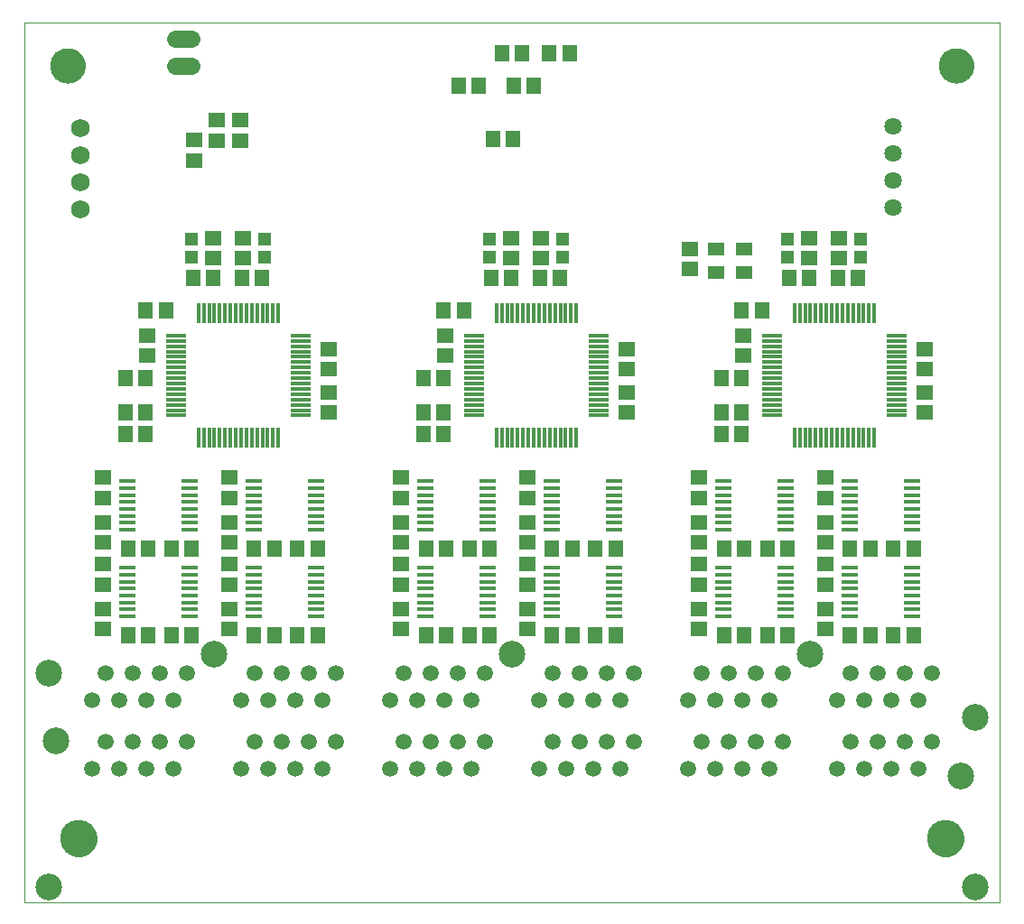
<source format=gbs>
G75*
%MOIN*%
%OFA0B0*%
%FSLAX25Y25*%
%IPPOS*%
%LPD*%
%AMOC8*
5,1,8,0,0,1.08239X$1,22.5*
%
%ADD10C,0.00000*%
%ADD11R,0.05518X0.06306*%
%ADD12R,0.06306X0.05518*%
%ADD13R,0.05124X0.04900*%
%ADD14R,0.01384X0.07400*%
%ADD15R,0.07400X0.01384*%
%ADD16R,0.06200X0.01800*%
%ADD17C,0.13600*%
%ADD18C,0.05943*%
%ADD19C,0.09849*%
%ADD20C,0.12998*%
%ADD21R,0.05912X0.05124*%
%ADD22C,0.06400*%
%ADD23C,0.06896*%
%ADD24C,0.06424*%
D10*
X0012057Y0020033D02*
X0012057Y0345033D01*
X0372057Y0345033D01*
X0372057Y0020033D01*
X0012057Y0020033D01*
X0025457Y0043533D02*
X0025459Y0043695D01*
X0025465Y0043857D01*
X0025475Y0044019D01*
X0025489Y0044180D01*
X0025507Y0044341D01*
X0025528Y0044501D01*
X0025554Y0044661D01*
X0025584Y0044821D01*
X0025617Y0044979D01*
X0025655Y0045137D01*
X0025696Y0045293D01*
X0025741Y0045449D01*
X0025790Y0045603D01*
X0025843Y0045756D01*
X0025899Y0045908D01*
X0025959Y0046059D01*
X0026023Y0046208D01*
X0026091Y0046355D01*
X0026162Y0046500D01*
X0026236Y0046644D01*
X0026314Y0046786D01*
X0026396Y0046926D01*
X0026481Y0047064D01*
X0026569Y0047200D01*
X0026661Y0047333D01*
X0026756Y0047465D01*
X0026854Y0047594D01*
X0026955Y0047720D01*
X0027059Y0047844D01*
X0027167Y0047965D01*
X0027277Y0048084D01*
X0027390Y0048200D01*
X0027506Y0048313D01*
X0027625Y0048423D01*
X0027746Y0048531D01*
X0027870Y0048635D01*
X0027996Y0048736D01*
X0028125Y0048834D01*
X0028257Y0048929D01*
X0028390Y0049021D01*
X0028526Y0049109D01*
X0028664Y0049194D01*
X0028804Y0049276D01*
X0028946Y0049354D01*
X0029090Y0049428D01*
X0029235Y0049499D01*
X0029382Y0049567D01*
X0029531Y0049631D01*
X0029682Y0049691D01*
X0029834Y0049747D01*
X0029987Y0049800D01*
X0030141Y0049849D01*
X0030297Y0049894D01*
X0030453Y0049935D01*
X0030611Y0049973D01*
X0030769Y0050006D01*
X0030929Y0050036D01*
X0031089Y0050062D01*
X0031249Y0050083D01*
X0031410Y0050101D01*
X0031571Y0050115D01*
X0031733Y0050125D01*
X0031895Y0050131D01*
X0032057Y0050133D01*
X0032219Y0050131D01*
X0032381Y0050125D01*
X0032543Y0050115D01*
X0032704Y0050101D01*
X0032865Y0050083D01*
X0033025Y0050062D01*
X0033185Y0050036D01*
X0033345Y0050006D01*
X0033503Y0049973D01*
X0033661Y0049935D01*
X0033817Y0049894D01*
X0033973Y0049849D01*
X0034127Y0049800D01*
X0034280Y0049747D01*
X0034432Y0049691D01*
X0034583Y0049631D01*
X0034732Y0049567D01*
X0034879Y0049499D01*
X0035024Y0049428D01*
X0035168Y0049354D01*
X0035310Y0049276D01*
X0035450Y0049194D01*
X0035588Y0049109D01*
X0035724Y0049021D01*
X0035857Y0048929D01*
X0035989Y0048834D01*
X0036118Y0048736D01*
X0036244Y0048635D01*
X0036368Y0048531D01*
X0036489Y0048423D01*
X0036608Y0048313D01*
X0036724Y0048200D01*
X0036837Y0048084D01*
X0036947Y0047965D01*
X0037055Y0047844D01*
X0037159Y0047720D01*
X0037260Y0047594D01*
X0037358Y0047465D01*
X0037453Y0047333D01*
X0037545Y0047200D01*
X0037633Y0047064D01*
X0037718Y0046926D01*
X0037800Y0046786D01*
X0037878Y0046644D01*
X0037952Y0046500D01*
X0038023Y0046355D01*
X0038091Y0046208D01*
X0038155Y0046059D01*
X0038215Y0045908D01*
X0038271Y0045756D01*
X0038324Y0045603D01*
X0038373Y0045449D01*
X0038418Y0045293D01*
X0038459Y0045137D01*
X0038497Y0044979D01*
X0038530Y0044821D01*
X0038560Y0044661D01*
X0038586Y0044501D01*
X0038607Y0044341D01*
X0038625Y0044180D01*
X0038639Y0044019D01*
X0038649Y0043857D01*
X0038655Y0043695D01*
X0038657Y0043533D01*
X0038655Y0043371D01*
X0038649Y0043209D01*
X0038639Y0043047D01*
X0038625Y0042886D01*
X0038607Y0042725D01*
X0038586Y0042565D01*
X0038560Y0042405D01*
X0038530Y0042245D01*
X0038497Y0042087D01*
X0038459Y0041929D01*
X0038418Y0041773D01*
X0038373Y0041617D01*
X0038324Y0041463D01*
X0038271Y0041310D01*
X0038215Y0041158D01*
X0038155Y0041007D01*
X0038091Y0040858D01*
X0038023Y0040711D01*
X0037952Y0040566D01*
X0037878Y0040422D01*
X0037800Y0040280D01*
X0037718Y0040140D01*
X0037633Y0040002D01*
X0037545Y0039866D01*
X0037453Y0039733D01*
X0037358Y0039601D01*
X0037260Y0039472D01*
X0037159Y0039346D01*
X0037055Y0039222D01*
X0036947Y0039101D01*
X0036837Y0038982D01*
X0036724Y0038866D01*
X0036608Y0038753D01*
X0036489Y0038643D01*
X0036368Y0038535D01*
X0036244Y0038431D01*
X0036118Y0038330D01*
X0035989Y0038232D01*
X0035857Y0038137D01*
X0035724Y0038045D01*
X0035588Y0037957D01*
X0035450Y0037872D01*
X0035310Y0037790D01*
X0035168Y0037712D01*
X0035024Y0037638D01*
X0034879Y0037567D01*
X0034732Y0037499D01*
X0034583Y0037435D01*
X0034432Y0037375D01*
X0034280Y0037319D01*
X0034127Y0037266D01*
X0033973Y0037217D01*
X0033817Y0037172D01*
X0033661Y0037131D01*
X0033503Y0037093D01*
X0033345Y0037060D01*
X0033185Y0037030D01*
X0033025Y0037004D01*
X0032865Y0036983D01*
X0032704Y0036965D01*
X0032543Y0036951D01*
X0032381Y0036941D01*
X0032219Y0036935D01*
X0032057Y0036933D01*
X0031895Y0036935D01*
X0031733Y0036941D01*
X0031571Y0036951D01*
X0031410Y0036965D01*
X0031249Y0036983D01*
X0031089Y0037004D01*
X0030929Y0037030D01*
X0030769Y0037060D01*
X0030611Y0037093D01*
X0030453Y0037131D01*
X0030297Y0037172D01*
X0030141Y0037217D01*
X0029987Y0037266D01*
X0029834Y0037319D01*
X0029682Y0037375D01*
X0029531Y0037435D01*
X0029382Y0037499D01*
X0029235Y0037567D01*
X0029090Y0037638D01*
X0028946Y0037712D01*
X0028804Y0037790D01*
X0028664Y0037872D01*
X0028526Y0037957D01*
X0028390Y0038045D01*
X0028257Y0038137D01*
X0028125Y0038232D01*
X0027996Y0038330D01*
X0027870Y0038431D01*
X0027746Y0038535D01*
X0027625Y0038643D01*
X0027506Y0038753D01*
X0027390Y0038866D01*
X0027277Y0038982D01*
X0027167Y0039101D01*
X0027059Y0039222D01*
X0026955Y0039346D01*
X0026854Y0039472D01*
X0026756Y0039601D01*
X0026661Y0039733D01*
X0026569Y0039866D01*
X0026481Y0040002D01*
X0026396Y0040140D01*
X0026314Y0040280D01*
X0026236Y0040422D01*
X0026162Y0040566D01*
X0026091Y0040711D01*
X0026023Y0040858D01*
X0025959Y0041007D01*
X0025899Y0041158D01*
X0025843Y0041310D01*
X0025790Y0041463D01*
X0025741Y0041617D01*
X0025696Y0041773D01*
X0025655Y0041929D01*
X0025617Y0042087D01*
X0025584Y0042245D01*
X0025554Y0042405D01*
X0025528Y0042565D01*
X0025507Y0042725D01*
X0025489Y0042886D01*
X0025475Y0043047D01*
X0025465Y0043209D01*
X0025459Y0043371D01*
X0025457Y0043533D01*
X0021758Y0329033D02*
X0021760Y0329191D01*
X0021766Y0329349D01*
X0021776Y0329507D01*
X0021790Y0329665D01*
X0021808Y0329822D01*
X0021829Y0329979D01*
X0021855Y0330135D01*
X0021885Y0330291D01*
X0021918Y0330446D01*
X0021956Y0330599D01*
X0021997Y0330752D01*
X0022042Y0330904D01*
X0022091Y0331055D01*
X0022144Y0331204D01*
X0022200Y0331352D01*
X0022260Y0331498D01*
X0022324Y0331643D01*
X0022392Y0331786D01*
X0022463Y0331928D01*
X0022537Y0332068D01*
X0022615Y0332205D01*
X0022697Y0332341D01*
X0022781Y0332475D01*
X0022870Y0332606D01*
X0022961Y0332735D01*
X0023056Y0332862D01*
X0023153Y0332987D01*
X0023254Y0333109D01*
X0023358Y0333228D01*
X0023465Y0333345D01*
X0023575Y0333459D01*
X0023688Y0333570D01*
X0023803Y0333679D01*
X0023921Y0333784D01*
X0024042Y0333886D01*
X0024165Y0333986D01*
X0024291Y0334082D01*
X0024419Y0334175D01*
X0024549Y0334265D01*
X0024682Y0334351D01*
X0024817Y0334435D01*
X0024953Y0334514D01*
X0025092Y0334591D01*
X0025233Y0334663D01*
X0025375Y0334733D01*
X0025519Y0334798D01*
X0025665Y0334860D01*
X0025812Y0334918D01*
X0025961Y0334973D01*
X0026111Y0335024D01*
X0026262Y0335071D01*
X0026414Y0335114D01*
X0026567Y0335153D01*
X0026722Y0335189D01*
X0026877Y0335220D01*
X0027033Y0335248D01*
X0027189Y0335272D01*
X0027346Y0335292D01*
X0027504Y0335308D01*
X0027661Y0335320D01*
X0027820Y0335328D01*
X0027978Y0335332D01*
X0028136Y0335332D01*
X0028294Y0335328D01*
X0028453Y0335320D01*
X0028610Y0335308D01*
X0028768Y0335292D01*
X0028925Y0335272D01*
X0029081Y0335248D01*
X0029237Y0335220D01*
X0029392Y0335189D01*
X0029547Y0335153D01*
X0029700Y0335114D01*
X0029852Y0335071D01*
X0030003Y0335024D01*
X0030153Y0334973D01*
X0030302Y0334918D01*
X0030449Y0334860D01*
X0030595Y0334798D01*
X0030739Y0334733D01*
X0030881Y0334663D01*
X0031022Y0334591D01*
X0031161Y0334514D01*
X0031297Y0334435D01*
X0031432Y0334351D01*
X0031565Y0334265D01*
X0031695Y0334175D01*
X0031823Y0334082D01*
X0031949Y0333986D01*
X0032072Y0333886D01*
X0032193Y0333784D01*
X0032311Y0333679D01*
X0032426Y0333570D01*
X0032539Y0333459D01*
X0032649Y0333345D01*
X0032756Y0333228D01*
X0032860Y0333109D01*
X0032961Y0332987D01*
X0033058Y0332862D01*
X0033153Y0332735D01*
X0033244Y0332606D01*
X0033333Y0332475D01*
X0033417Y0332341D01*
X0033499Y0332205D01*
X0033577Y0332068D01*
X0033651Y0331928D01*
X0033722Y0331786D01*
X0033790Y0331643D01*
X0033854Y0331498D01*
X0033914Y0331352D01*
X0033970Y0331204D01*
X0034023Y0331055D01*
X0034072Y0330904D01*
X0034117Y0330752D01*
X0034158Y0330599D01*
X0034196Y0330446D01*
X0034229Y0330291D01*
X0034259Y0330135D01*
X0034285Y0329979D01*
X0034306Y0329822D01*
X0034324Y0329665D01*
X0034338Y0329507D01*
X0034348Y0329349D01*
X0034354Y0329191D01*
X0034356Y0329033D01*
X0034354Y0328875D01*
X0034348Y0328717D01*
X0034338Y0328559D01*
X0034324Y0328401D01*
X0034306Y0328244D01*
X0034285Y0328087D01*
X0034259Y0327931D01*
X0034229Y0327775D01*
X0034196Y0327620D01*
X0034158Y0327467D01*
X0034117Y0327314D01*
X0034072Y0327162D01*
X0034023Y0327011D01*
X0033970Y0326862D01*
X0033914Y0326714D01*
X0033854Y0326568D01*
X0033790Y0326423D01*
X0033722Y0326280D01*
X0033651Y0326138D01*
X0033577Y0325998D01*
X0033499Y0325861D01*
X0033417Y0325725D01*
X0033333Y0325591D01*
X0033244Y0325460D01*
X0033153Y0325331D01*
X0033058Y0325204D01*
X0032961Y0325079D01*
X0032860Y0324957D01*
X0032756Y0324838D01*
X0032649Y0324721D01*
X0032539Y0324607D01*
X0032426Y0324496D01*
X0032311Y0324387D01*
X0032193Y0324282D01*
X0032072Y0324180D01*
X0031949Y0324080D01*
X0031823Y0323984D01*
X0031695Y0323891D01*
X0031565Y0323801D01*
X0031432Y0323715D01*
X0031297Y0323631D01*
X0031161Y0323552D01*
X0031022Y0323475D01*
X0030881Y0323403D01*
X0030739Y0323333D01*
X0030595Y0323268D01*
X0030449Y0323206D01*
X0030302Y0323148D01*
X0030153Y0323093D01*
X0030003Y0323042D01*
X0029852Y0322995D01*
X0029700Y0322952D01*
X0029547Y0322913D01*
X0029392Y0322877D01*
X0029237Y0322846D01*
X0029081Y0322818D01*
X0028925Y0322794D01*
X0028768Y0322774D01*
X0028610Y0322758D01*
X0028453Y0322746D01*
X0028294Y0322738D01*
X0028136Y0322734D01*
X0027978Y0322734D01*
X0027820Y0322738D01*
X0027661Y0322746D01*
X0027504Y0322758D01*
X0027346Y0322774D01*
X0027189Y0322794D01*
X0027033Y0322818D01*
X0026877Y0322846D01*
X0026722Y0322877D01*
X0026567Y0322913D01*
X0026414Y0322952D01*
X0026262Y0322995D01*
X0026111Y0323042D01*
X0025961Y0323093D01*
X0025812Y0323148D01*
X0025665Y0323206D01*
X0025519Y0323268D01*
X0025375Y0323333D01*
X0025233Y0323403D01*
X0025092Y0323475D01*
X0024953Y0323552D01*
X0024817Y0323631D01*
X0024682Y0323715D01*
X0024549Y0323801D01*
X0024419Y0323891D01*
X0024291Y0323984D01*
X0024165Y0324080D01*
X0024042Y0324180D01*
X0023921Y0324282D01*
X0023803Y0324387D01*
X0023688Y0324496D01*
X0023575Y0324607D01*
X0023465Y0324721D01*
X0023358Y0324838D01*
X0023254Y0324957D01*
X0023153Y0325079D01*
X0023056Y0325204D01*
X0022961Y0325331D01*
X0022870Y0325460D01*
X0022781Y0325591D01*
X0022697Y0325725D01*
X0022615Y0325861D01*
X0022537Y0325998D01*
X0022463Y0326138D01*
X0022392Y0326280D01*
X0022324Y0326423D01*
X0022260Y0326568D01*
X0022200Y0326714D01*
X0022144Y0326862D01*
X0022091Y0327011D01*
X0022042Y0327162D01*
X0021997Y0327314D01*
X0021956Y0327467D01*
X0021918Y0327620D01*
X0021885Y0327775D01*
X0021855Y0327931D01*
X0021829Y0328087D01*
X0021808Y0328244D01*
X0021790Y0328401D01*
X0021776Y0328559D01*
X0021766Y0328717D01*
X0021760Y0328875D01*
X0021758Y0329033D01*
X0345457Y0043533D02*
X0345459Y0043695D01*
X0345465Y0043857D01*
X0345475Y0044019D01*
X0345489Y0044180D01*
X0345507Y0044341D01*
X0345528Y0044501D01*
X0345554Y0044661D01*
X0345584Y0044821D01*
X0345617Y0044979D01*
X0345655Y0045137D01*
X0345696Y0045293D01*
X0345741Y0045449D01*
X0345790Y0045603D01*
X0345843Y0045756D01*
X0345899Y0045908D01*
X0345959Y0046059D01*
X0346023Y0046208D01*
X0346091Y0046355D01*
X0346162Y0046500D01*
X0346236Y0046644D01*
X0346314Y0046786D01*
X0346396Y0046926D01*
X0346481Y0047064D01*
X0346569Y0047200D01*
X0346661Y0047333D01*
X0346756Y0047465D01*
X0346854Y0047594D01*
X0346955Y0047720D01*
X0347059Y0047844D01*
X0347167Y0047965D01*
X0347277Y0048084D01*
X0347390Y0048200D01*
X0347506Y0048313D01*
X0347625Y0048423D01*
X0347746Y0048531D01*
X0347870Y0048635D01*
X0347996Y0048736D01*
X0348125Y0048834D01*
X0348257Y0048929D01*
X0348390Y0049021D01*
X0348526Y0049109D01*
X0348664Y0049194D01*
X0348804Y0049276D01*
X0348946Y0049354D01*
X0349090Y0049428D01*
X0349235Y0049499D01*
X0349382Y0049567D01*
X0349531Y0049631D01*
X0349682Y0049691D01*
X0349834Y0049747D01*
X0349987Y0049800D01*
X0350141Y0049849D01*
X0350297Y0049894D01*
X0350453Y0049935D01*
X0350611Y0049973D01*
X0350769Y0050006D01*
X0350929Y0050036D01*
X0351089Y0050062D01*
X0351249Y0050083D01*
X0351410Y0050101D01*
X0351571Y0050115D01*
X0351733Y0050125D01*
X0351895Y0050131D01*
X0352057Y0050133D01*
X0352219Y0050131D01*
X0352381Y0050125D01*
X0352543Y0050115D01*
X0352704Y0050101D01*
X0352865Y0050083D01*
X0353025Y0050062D01*
X0353185Y0050036D01*
X0353345Y0050006D01*
X0353503Y0049973D01*
X0353661Y0049935D01*
X0353817Y0049894D01*
X0353973Y0049849D01*
X0354127Y0049800D01*
X0354280Y0049747D01*
X0354432Y0049691D01*
X0354583Y0049631D01*
X0354732Y0049567D01*
X0354879Y0049499D01*
X0355024Y0049428D01*
X0355168Y0049354D01*
X0355310Y0049276D01*
X0355450Y0049194D01*
X0355588Y0049109D01*
X0355724Y0049021D01*
X0355857Y0048929D01*
X0355989Y0048834D01*
X0356118Y0048736D01*
X0356244Y0048635D01*
X0356368Y0048531D01*
X0356489Y0048423D01*
X0356608Y0048313D01*
X0356724Y0048200D01*
X0356837Y0048084D01*
X0356947Y0047965D01*
X0357055Y0047844D01*
X0357159Y0047720D01*
X0357260Y0047594D01*
X0357358Y0047465D01*
X0357453Y0047333D01*
X0357545Y0047200D01*
X0357633Y0047064D01*
X0357718Y0046926D01*
X0357800Y0046786D01*
X0357878Y0046644D01*
X0357952Y0046500D01*
X0358023Y0046355D01*
X0358091Y0046208D01*
X0358155Y0046059D01*
X0358215Y0045908D01*
X0358271Y0045756D01*
X0358324Y0045603D01*
X0358373Y0045449D01*
X0358418Y0045293D01*
X0358459Y0045137D01*
X0358497Y0044979D01*
X0358530Y0044821D01*
X0358560Y0044661D01*
X0358586Y0044501D01*
X0358607Y0044341D01*
X0358625Y0044180D01*
X0358639Y0044019D01*
X0358649Y0043857D01*
X0358655Y0043695D01*
X0358657Y0043533D01*
X0358655Y0043371D01*
X0358649Y0043209D01*
X0358639Y0043047D01*
X0358625Y0042886D01*
X0358607Y0042725D01*
X0358586Y0042565D01*
X0358560Y0042405D01*
X0358530Y0042245D01*
X0358497Y0042087D01*
X0358459Y0041929D01*
X0358418Y0041773D01*
X0358373Y0041617D01*
X0358324Y0041463D01*
X0358271Y0041310D01*
X0358215Y0041158D01*
X0358155Y0041007D01*
X0358091Y0040858D01*
X0358023Y0040711D01*
X0357952Y0040566D01*
X0357878Y0040422D01*
X0357800Y0040280D01*
X0357718Y0040140D01*
X0357633Y0040002D01*
X0357545Y0039866D01*
X0357453Y0039733D01*
X0357358Y0039601D01*
X0357260Y0039472D01*
X0357159Y0039346D01*
X0357055Y0039222D01*
X0356947Y0039101D01*
X0356837Y0038982D01*
X0356724Y0038866D01*
X0356608Y0038753D01*
X0356489Y0038643D01*
X0356368Y0038535D01*
X0356244Y0038431D01*
X0356118Y0038330D01*
X0355989Y0038232D01*
X0355857Y0038137D01*
X0355724Y0038045D01*
X0355588Y0037957D01*
X0355450Y0037872D01*
X0355310Y0037790D01*
X0355168Y0037712D01*
X0355024Y0037638D01*
X0354879Y0037567D01*
X0354732Y0037499D01*
X0354583Y0037435D01*
X0354432Y0037375D01*
X0354280Y0037319D01*
X0354127Y0037266D01*
X0353973Y0037217D01*
X0353817Y0037172D01*
X0353661Y0037131D01*
X0353503Y0037093D01*
X0353345Y0037060D01*
X0353185Y0037030D01*
X0353025Y0037004D01*
X0352865Y0036983D01*
X0352704Y0036965D01*
X0352543Y0036951D01*
X0352381Y0036941D01*
X0352219Y0036935D01*
X0352057Y0036933D01*
X0351895Y0036935D01*
X0351733Y0036941D01*
X0351571Y0036951D01*
X0351410Y0036965D01*
X0351249Y0036983D01*
X0351089Y0037004D01*
X0350929Y0037030D01*
X0350769Y0037060D01*
X0350611Y0037093D01*
X0350453Y0037131D01*
X0350297Y0037172D01*
X0350141Y0037217D01*
X0349987Y0037266D01*
X0349834Y0037319D01*
X0349682Y0037375D01*
X0349531Y0037435D01*
X0349382Y0037499D01*
X0349235Y0037567D01*
X0349090Y0037638D01*
X0348946Y0037712D01*
X0348804Y0037790D01*
X0348664Y0037872D01*
X0348526Y0037957D01*
X0348390Y0038045D01*
X0348257Y0038137D01*
X0348125Y0038232D01*
X0347996Y0038330D01*
X0347870Y0038431D01*
X0347746Y0038535D01*
X0347625Y0038643D01*
X0347506Y0038753D01*
X0347390Y0038866D01*
X0347277Y0038982D01*
X0347167Y0039101D01*
X0347059Y0039222D01*
X0346955Y0039346D01*
X0346854Y0039472D01*
X0346756Y0039601D01*
X0346661Y0039733D01*
X0346569Y0039866D01*
X0346481Y0040002D01*
X0346396Y0040140D01*
X0346314Y0040280D01*
X0346236Y0040422D01*
X0346162Y0040566D01*
X0346091Y0040711D01*
X0346023Y0040858D01*
X0345959Y0041007D01*
X0345899Y0041158D01*
X0345843Y0041310D01*
X0345790Y0041463D01*
X0345741Y0041617D01*
X0345696Y0041773D01*
X0345655Y0041929D01*
X0345617Y0042087D01*
X0345584Y0042245D01*
X0345554Y0042405D01*
X0345528Y0042565D01*
X0345507Y0042725D01*
X0345489Y0042886D01*
X0345475Y0043047D01*
X0345465Y0043209D01*
X0345459Y0043371D01*
X0345457Y0043533D01*
X0349758Y0329033D02*
X0349760Y0329191D01*
X0349766Y0329349D01*
X0349776Y0329507D01*
X0349790Y0329665D01*
X0349808Y0329822D01*
X0349829Y0329979D01*
X0349855Y0330135D01*
X0349885Y0330291D01*
X0349918Y0330446D01*
X0349956Y0330599D01*
X0349997Y0330752D01*
X0350042Y0330904D01*
X0350091Y0331055D01*
X0350144Y0331204D01*
X0350200Y0331352D01*
X0350260Y0331498D01*
X0350324Y0331643D01*
X0350392Y0331786D01*
X0350463Y0331928D01*
X0350537Y0332068D01*
X0350615Y0332205D01*
X0350697Y0332341D01*
X0350781Y0332475D01*
X0350870Y0332606D01*
X0350961Y0332735D01*
X0351056Y0332862D01*
X0351153Y0332987D01*
X0351254Y0333109D01*
X0351358Y0333228D01*
X0351465Y0333345D01*
X0351575Y0333459D01*
X0351688Y0333570D01*
X0351803Y0333679D01*
X0351921Y0333784D01*
X0352042Y0333886D01*
X0352165Y0333986D01*
X0352291Y0334082D01*
X0352419Y0334175D01*
X0352549Y0334265D01*
X0352682Y0334351D01*
X0352817Y0334435D01*
X0352953Y0334514D01*
X0353092Y0334591D01*
X0353233Y0334663D01*
X0353375Y0334733D01*
X0353519Y0334798D01*
X0353665Y0334860D01*
X0353812Y0334918D01*
X0353961Y0334973D01*
X0354111Y0335024D01*
X0354262Y0335071D01*
X0354414Y0335114D01*
X0354567Y0335153D01*
X0354722Y0335189D01*
X0354877Y0335220D01*
X0355033Y0335248D01*
X0355189Y0335272D01*
X0355346Y0335292D01*
X0355504Y0335308D01*
X0355661Y0335320D01*
X0355820Y0335328D01*
X0355978Y0335332D01*
X0356136Y0335332D01*
X0356294Y0335328D01*
X0356453Y0335320D01*
X0356610Y0335308D01*
X0356768Y0335292D01*
X0356925Y0335272D01*
X0357081Y0335248D01*
X0357237Y0335220D01*
X0357392Y0335189D01*
X0357547Y0335153D01*
X0357700Y0335114D01*
X0357852Y0335071D01*
X0358003Y0335024D01*
X0358153Y0334973D01*
X0358302Y0334918D01*
X0358449Y0334860D01*
X0358595Y0334798D01*
X0358739Y0334733D01*
X0358881Y0334663D01*
X0359022Y0334591D01*
X0359161Y0334514D01*
X0359297Y0334435D01*
X0359432Y0334351D01*
X0359565Y0334265D01*
X0359695Y0334175D01*
X0359823Y0334082D01*
X0359949Y0333986D01*
X0360072Y0333886D01*
X0360193Y0333784D01*
X0360311Y0333679D01*
X0360426Y0333570D01*
X0360539Y0333459D01*
X0360649Y0333345D01*
X0360756Y0333228D01*
X0360860Y0333109D01*
X0360961Y0332987D01*
X0361058Y0332862D01*
X0361153Y0332735D01*
X0361244Y0332606D01*
X0361333Y0332475D01*
X0361417Y0332341D01*
X0361499Y0332205D01*
X0361577Y0332068D01*
X0361651Y0331928D01*
X0361722Y0331786D01*
X0361790Y0331643D01*
X0361854Y0331498D01*
X0361914Y0331352D01*
X0361970Y0331204D01*
X0362023Y0331055D01*
X0362072Y0330904D01*
X0362117Y0330752D01*
X0362158Y0330599D01*
X0362196Y0330446D01*
X0362229Y0330291D01*
X0362259Y0330135D01*
X0362285Y0329979D01*
X0362306Y0329822D01*
X0362324Y0329665D01*
X0362338Y0329507D01*
X0362348Y0329349D01*
X0362354Y0329191D01*
X0362356Y0329033D01*
X0362354Y0328875D01*
X0362348Y0328717D01*
X0362338Y0328559D01*
X0362324Y0328401D01*
X0362306Y0328244D01*
X0362285Y0328087D01*
X0362259Y0327931D01*
X0362229Y0327775D01*
X0362196Y0327620D01*
X0362158Y0327467D01*
X0362117Y0327314D01*
X0362072Y0327162D01*
X0362023Y0327011D01*
X0361970Y0326862D01*
X0361914Y0326714D01*
X0361854Y0326568D01*
X0361790Y0326423D01*
X0361722Y0326280D01*
X0361651Y0326138D01*
X0361577Y0325998D01*
X0361499Y0325861D01*
X0361417Y0325725D01*
X0361333Y0325591D01*
X0361244Y0325460D01*
X0361153Y0325331D01*
X0361058Y0325204D01*
X0360961Y0325079D01*
X0360860Y0324957D01*
X0360756Y0324838D01*
X0360649Y0324721D01*
X0360539Y0324607D01*
X0360426Y0324496D01*
X0360311Y0324387D01*
X0360193Y0324282D01*
X0360072Y0324180D01*
X0359949Y0324080D01*
X0359823Y0323984D01*
X0359695Y0323891D01*
X0359565Y0323801D01*
X0359432Y0323715D01*
X0359297Y0323631D01*
X0359161Y0323552D01*
X0359022Y0323475D01*
X0358881Y0323403D01*
X0358739Y0323333D01*
X0358595Y0323268D01*
X0358449Y0323206D01*
X0358302Y0323148D01*
X0358153Y0323093D01*
X0358003Y0323042D01*
X0357852Y0322995D01*
X0357700Y0322952D01*
X0357547Y0322913D01*
X0357392Y0322877D01*
X0357237Y0322846D01*
X0357081Y0322818D01*
X0356925Y0322794D01*
X0356768Y0322774D01*
X0356610Y0322758D01*
X0356453Y0322746D01*
X0356294Y0322738D01*
X0356136Y0322734D01*
X0355978Y0322734D01*
X0355820Y0322738D01*
X0355661Y0322746D01*
X0355504Y0322758D01*
X0355346Y0322774D01*
X0355189Y0322794D01*
X0355033Y0322818D01*
X0354877Y0322846D01*
X0354722Y0322877D01*
X0354567Y0322913D01*
X0354414Y0322952D01*
X0354262Y0322995D01*
X0354111Y0323042D01*
X0353961Y0323093D01*
X0353812Y0323148D01*
X0353665Y0323206D01*
X0353519Y0323268D01*
X0353375Y0323333D01*
X0353233Y0323403D01*
X0353092Y0323475D01*
X0352953Y0323552D01*
X0352817Y0323631D01*
X0352682Y0323715D01*
X0352549Y0323801D01*
X0352419Y0323891D01*
X0352291Y0323984D01*
X0352165Y0324080D01*
X0352042Y0324180D01*
X0351921Y0324282D01*
X0351803Y0324387D01*
X0351688Y0324496D01*
X0351575Y0324607D01*
X0351465Y0324721D01*
X0351358Y0324838D01*
X0351254Y0324957D01*
X0351153Y0325079D01*
X0351056Y0325204D01*
X0350961Y0325331D01*
X0350870Y0325460D01*
X0350781Y0325591D01*
X0350697Y0325725D01*
X0350615Y0325861D01*
X0350537Y0325998D01*
X0350463Y0326138D01*
X0350392Y0326280D01*
X0350324Y0326423D01*
X0350260Y0326568D01*
X0350200Y0326714D01*
X0350144Y0326862D01*
X0350091Y0327011D01*
X0350042Y0327162D01*
X0349997Y0327314D01*
X0349956Y0327467D01*
X0349918Y0327620D01*
X0349885Y0327775D01*
X0349855Y0327931D01*
X0349829Y0328087D01*
X0349808Y0328244D01*
X0349790Y0328401D01*
X0349776Y0328559D01*
X0349766Y0328717D01*
X0349760Y0328875D01*
X0349758Y0329033D01*
D11*
X0319797Y0250533D03*
X0312317Y0250533D03*
X0301797Y0250533D03*
X0294317Y0250533D03*
X0284297Y0238533D03*
X0276817Y0238533D03*
X0276797Y0213533D03*
X0269317Y0213533D03*
X0269317Y0200783D03*
X0276797Y0200783D03*
X0276797Y0192783D03*
X0269317Y0192783D03*
X0270317Y0150533D03*
X0277797Y0150533D03*
X0286317Y0150533D03*
X0293797Y0150533D03*
X0316817Y0150533D03*
X0324297Y0150533D03*
X0332817Y0150533D03*
X0340297Y0150533D03*
X0340297Y0118533D03*
X0332817Y0118533D03*
X0324297Y0118533D03*
X0316817Y0118533D03*
X0293797Y0118533D03*
X0286317Y0118533D03*
X0277797Y0118533D03*
X0270317Y0118533D03*
X0230297Y0118533D03*
X0222817Y0118533D03*
X0214297Y0118533D03*
X0206817Y0118533D03*
X0183797Y0118533D03*
X0176317Y0118533D03*
X0167797Y0118533D03*
X0160317Y0118533D03*
X0160317Y0150533D03*
X0167797Y0150533D03*
X0176317Y0150533D03*
X0183797Y0150533D03*
X0206817Y0150533D03*
X0214297Y0150533D03*
X0222817Y0150533D03*
X0230297Y0150533D03*
X0166797Y0192783D03*
X0159317Y0192783D03*
X0159317Y0200783D03*
X0166797Y0200783D03*
X0166797Y0213533D03*
X0159317Y0213533D03*
X0166817Y0238533D03*
X0174297Y0238533D03*
X0184317Y0250533D03*
X0191797Y0250533D03*
X0202317Y0250533D03*
X0209797Y0250533D03*
X0192547Y0301783D03*
X0185067Y0301783D03*
X0179797Y0321533D03*
X0172317Y0321533D03*
X0188317Y0333533D03*
X0195797Y0333533D03*
X0205817Y0333533D03*
X0213297Y0333533D03*
X0200047Y0321533D03*
X0192567Y0321533D03*
X0099797Y0250533D03*
X0092317Y0250533D03*
X0081797Y0250533D03*
X0074317Y0250533D03*
X0064297Y0238533D03*
X0056817Y0238533D03*
X0056797Y0213533D03*
X0049317Y0213533D03*
X0049317Y0200783D03*
X0056797Y0200783D03*
X0056797Y0192783D03*
X0049317Y0192783D03*
X0050317Y0150533D03*
X0057797Y0150533D03*
X0066317Y0150533D03*
X0073797Y0150533D03*
X0096817Y0150533D03*
X0104297Y0150533D03*
X0112817Y0150533D03*
X0120297Y0150533D03*
X0120297Y0118533D03*
X0112817Y0118533D03*
X0104297Y0118533D03*
X0096817Y0118533D03*
X0073797Y0118533D03*
X0066317Y0118533D03*
X0057797Y0118533D03*
X0050317Y0118533D03*
D12*
X0041057Y0120793D03*
X0041057Y0128274D03*
X0041057Y0137293D03*
X0041057Y0144774D03*
X0041057Y0152793D03*
X0041057Y0160274D03*
X0041057Y0169293D03*
X0041057Y0176774D03*
X0087557Y0176774D03*
X0087557Y0169293D03*
X0087557Y0160274D03*
X0087557Y0152793D03*
X0087557Y0144774D03*
X0087557Y0137293D03*
X0087557Y0128274D03*
X0087557Y0120793D03*
X0151057Y0120793D03*
X0151057Y0128274D03*
X0151057Y0137293D03*
X0151057Y0144774D03*
X0151057Y0152793D03*
X0151057Y0160274D03*
X0151057Y0169293D03*
X0151057Y0176774D03*
X0124307Y0200793D03*
X0124307Y0208274D03*
X0124307Y0216793D03*
X0124307Y0224274D03*
X0092557Y0257793D03*
X0092557Y0265274D03*
X0081557Y0265274D03*
X0081557Y0257793D03*
X0057307Y0229274D03*
X0057307Y0221793D03*
X0074557Y0294043D03*
X0074557Y0301524D03*
X0083057Y0301293D03*
X0083057Y0308774D03*
X0091557Y0308774D03*
X0091557Y0301293D03*
X0167307Y0229274D03*
X0167307Y0221793D03*
X0191557Y0257793D03*
X0191557Y0265274D03*
X0202557Y0265274D03*
X0202557Y0257793D03*
X0234307Y0224274D03*
X0234307Y0216793D03*
X0234307Y0208274D03*
X0234307Y0200793D03*
X0261057Y0176774D03*
X0261057Y0169293D03*
X0261057Y0160274D03*
X0261057Y0152793D03*
X0261057Y0144774D03*
X0261057Y0137293D03*
X0261057Y0128274D03*
X0261057Y0120793D03*
X0307557Y0120793D03*
X0307557Y0128274D03*
X0307557Y0137293D03*
X0307557Y0144774D03*
X0307557Y0152793D03*
X0307557Y0160274D03*
X0307557Y0169293D03*
X0307557Y0176774D03*
X0344307Y0200793D03*
X0344307Y0208274D03*
X0344307Y0216793D03*
X0344307Y0224274D03*
X0312557Y0257793D03*
X0312557Y0265274D03*
X0301557Y0265274D03*
X0301557Y0257793D03*
X0277307Y0229274D03*
X0277307Y0221793D03*
X0257557Y0253793D03*
X0257557Y0261274D03*
X0197557Y0176774D03*
X0197557Y0169293D03*
X0197557Y0160274D03*
X0197557Y0152793D03*
X0197557Y0144774D03*
X0197557Y0137293D03*
X0197557Y0128274D03*
X0197557Y0120793D03*
D13*
X0210557Y0258236D03*
X0210557Y0264831D03*
X0183557Y0264831D03*
X0183557Y0258236D03*
X0100557Y0258236D03*
X0100557Y0264831D03*
X0073557Y0264831D03*
X0073557Y0258236D03*
X0293557Y0258236D03*
X0293557Y0264831D03*
X0320557Y0264831D03*
X0320557Y0258236D03*
D14*
X0319915Y0237581D03*
X0317947Y0237581D03*
X0315978Y0237581D03*
X0314010Y0237581D03*
X0312041Y0237581D03*
X0310073Y0237581D03*
X0308104Y0237581D03*
X0306136Y0237581D03*
X0304167Y0237581D03*
X0302199Y0237581D03*
X0300230Y0237581D03*
X0298262Y0237581D03*
X0296293Y0237581D03*
X0321884Y0237581D03*
X0323852Y0237581D03*
X0325821Y0237581D03*
X0325821Y0191486D03*
X0323852Y0191486D03*
X0321884Y0191486D03*
X0319915Y0191486D03*
X0317947Y0191486D03*
X0315978Y0191486D03*
X0314010Y0191486D03*
X0312041Y0191486D03*
X0310073Y0191486D03*
X0308104Y0191486D03*
X0306136Y0191486D03*
X0304167Y0191486D03*
X0302199Y0191486D03*
X0300230Y0191486D03*
X0298262Y0191486D03*
X0296293Y0191486D03*
X0215821Y0191486D03*
X0213852Y0191486D03*
X0211884Y0191486D03*
X0209915Y0191486D03*
X0207947Y0191486D03*
X0205978Y0191486D03*
X0204010Y0191486D03*
X0202041Y0191486D03*
X0200073Y0191486D03*
X0198104Y0191486D03*
X0196136Y0191486D03*
X0194167Y0191486D03*
X0192199Y0191486D03*
X0190230Y0191486D03*
X0188262Y0191486D03*
X0186293Y0191486D03*
X0186293Y0237581D03*
X0188262Y0237581D03*
X0190230Y0237581D03*
X0192199Y0237581D03*
X0194167Y0237581D03*
X0196136Y0237581D03*
X0198104Y0237581D03*
X0200073Y0237581D03*
X0202041Y0237581D03*
X0204010Y0237581D03*
X0205978Y0237581D03*
X0207947Y0237581D03*
X0209915Y0237581D03*
X0211884Y0237581D03*
X0213852Y0237581D03*
X0215821Y0237581D03*
X0105821Y0237581D03*
X0103852Y0237581D03*
X0101884Y0237581D03*
X0099915Y0237581D03*
X0097947Y0237581D03*
X0095978Y0237581D03*
X0094010Y0237581D03*
X0092041Y0237581D03*
X0090073Y0237581D03*
X0088104Y0237581D03*
X0086136Y0237581D03*
X0084167Y0237581D03*
X0082199Y0237581D03*
X0080230Y0237581D03*
X0078262Y0237581D03*
X0076293Y0237581D03*
X0076293Y0191486D03*
X0078262Y0191486D03*
X0080230Y0191486D03*
X0082199Y0191486D03*
X0084167Y0191486D03*
X0086136Y0191486D03*
X0088104Y0191486D03*
X0090073Y0191486D03*
X0092041Y0191486D03*
X0094010Y0191486D03*
X0095978Y0191486D03*
X0097947Y0191486D03*
X0099915Y0191486D03*
X0101884Y0191486D03*
X0103852Y0191486D03*
X0105821Y0191486D03*
D15*
X0114104Y0199770D03*
X0114104Y0201738D03*
X0114104Y0203707D03*
X0114104Y0205675D03*
X0114104Y0207644D03*
X0114104Y0209612D03*
X0114104Y0211581D03*
X0114104Y0213549D03*
X0114104Y0215518D03*
X0114104Y0217486D03*
X0114104Y0219455D03*
X0114104Y0221423D03*
X0114104Y0223392D03*
X0114104Y0225360D03*
X0114104Y0227329D03*
X0114104Y0229297D03*
X0068010Y0229297D03*
X0068010Y0227329D03*
X0068010Y0225360D03*
X0068010Y0223392D03*
X0068010Y0221423D03*
X0068010Y0219455D03*
X0068010Y0217486D03*
X0068010Y0215518D03*
X0068010Y0213549D03*
X0068010Y0211581D03*
X0068010Y0209612D03*
X0068010Y0207644D03*
X0068010Y0205675D03*
X0068010Y0203707D03*
X0068010Y0201738D03*
X0068010Y0199770D03*
X0178010Y0199770D03*
X0178010Y0201738D03*
X0178010Y0203707D03*
X0178010Y0205675D03*
X0178010Y0207644D03*
X0178010Y0209612D03*
X0178010Y0211581D03*
X0178010Y0213549D03*
X0178010Y0215518D03*
X0178010Y0217486D03*
X0178010Y0219455D03*
X0178010Y0221423D03*
X0178010Y0223392D03*
X0178010Y0225360D03*
X0178010Y0227329D03*
X0178010Y0229297D03*
X0224104Y0229297D03*
X0224104Y0227329D03*
X0224104Y0225360D03*
X0224104Y0223392D03*
X0224104Y0221423D03*
X0224104Y0219455D03*
X0224104Y0217486D03*
X0224104Y0215518D03*
X0224104Y0213549D03*
X0224104Y0211581D03*
X0224104Y0209612D03*
X0224104Y0207644D03*
X0224104Y0205675D03*
X0224104Y0203707D03*
X0224104Y0201738D03*
X0224104Y0199770D03*
X0288010Y0199770D03*
X0288010Y0201738D03*
X0288010Y0203707D03*
X0288010Y0205675D03*
X0288010Y0207644D03*
X0288010Y0209612D03*
X0288010Y0211581D03*
X0288010Y0213549D03*
X0288010Y0215518D03*
X0288010Y0217486D03*
X0288010Y0219455D03*
X0288010Y0221423D03*
X0288010Y0223392D03*
X0288010Y0225360D03*
X0288010Y0227329D03*
X0288010Y0229297D03*
X0334104Y0229297D03*
X0334104Y0227329D03*
X0334104Y0225360D03*
X0334104Y0223392D03*
X0334104Y0221423D03*
X0334104Y0219455D03*
X0334104Y0217486D03*
X0334104Y0215518D03*
X0334104Y0213549D03*
X0334104Y0211581D03*
X0334104Y0209612D03*
X0334104Y0207644D03*
X0334104Y0205675D03*
X0334104Y0203707D03*
X0334104Y0201738D03*
X0334104Y0199770D03*
D16*
X0339557Y0175533D03*
X0339557Y0172933D03*
X0339557Y0170333D03*
X0339557Y0167833D03*
X0339557Y0165233D03*
X0339557Y0162733D03*
X0339557Y0160133D03*
X0339557Y0157533D03*
X0339557Y0143533D03*
X0339557Y0140933D03*
X0339557Y0138333D03*
X0339557Y0135833D03*
X0339557Y0133233D03*
X0339557Y0130733D03*
X0339557Y0128133D03*
X0339557Y0125533D03*
X0316557Y0125533D03*
X0316557Y0128133D03*
X0316557Y0130733D03*
X0316557Y0133233D03*
X0316557Y0135833D03*
X0316557Y0138333D03*
X0316557Y0140933D03*
X0316557Y0143533D03*
X0316557Y0157533D03*
X0316557Y0160133D03*
X0316557Y0162733D03*
X0316557Y0165233D03*
X0316557Y0167833D03*
X0316557Y0170333D03*
X0316557Y0172933D03*
X0316557Y0175533D03*
X0293057Y0175533D03*
X0293057Y0172933D03*
X0293057Y0170333D03*
X0293057Y0167833D03*
X0293057Y0165233D03*
X0293057Y0162733D03*
X0293057Y0160133D03*
X0293057Y0157533D03*
X0293057Y0143533D03*
X0293057Y0140933D03*
X0293057Y0138333D03*
X0293057Y0135833D03*
X0293057Y0133233D03*
X0293057Y0130733D03*
X0293057Y0128133D03*
X0293057Y0125533D03*
X0270057Y0125533D03*
X0270057Y0128133D03*
X0270057Y0130733D03*
X0270057Y0133233D03*
X0270057Y0135833D03*
X0270057Y0138333D03*
X0270057Y0140933D03*
X0270057Y0143533D03*
X0270057Y0157533D03*
X0270057Y0160133D03*
X0270057Y0162733D03*
X0270057Y0165233D03*
X0270057Y0167833D03*
X0270057Y0170333D03*
X0270057Y0172933D03*
X0270057Y0175533D03*
X0229557Y0175533D03*
X0229557Y0172933D03*
X0229557Y0170333D03*
X0229557Y0167833D03*
X0229557Y0165233D03*
X0229557Y0162733D03*
X0229557Y0160133D03*
X0229557Y0157533D03*
X0229557Y0143533D03*
X0229557Y0140933D03*
X0229557Y0138333D03*
X0229557Y0135833D03*
X0229557Y0133233D03*
X0229557Y0130733D03*
X0229557Y0128133D03*
X0229557Y0125533D03*
X0206557Y0125533D03*
X0206557Y0128133D03*
X0206557Y0130733D03*
X0206557Y0133233D03*
X0206557Y0135833D03*
X0206557Y0138333D03*
X0206557Y0140933D03*
X0206557Y0143533D03*
X0206557Y0157533D03*
X0206557Y0160133D03*
X0206557Y0162733D03*
X0206557Y0165233D03*
X0206557Y0167833D03*
X0206557Y0170333D03*
X0206557Y0172933D03*
X0206557Y0175533D03*
X0183057Y0175533D03*
X0183057Y0172933D03*
X0183057Y0170333D03*
X0183057Y0167833D03*
X0183057Y0165233D03*
X0183057Y0162733D03*
X0183057Y0160133D03*
X0183057Y0157533D03*
X0183057Y0143533D03*
X0183057Y0140933D03*
X0183057Y0138333D03*
X0183057Y0135833D03*
X0183057Y0133233D03*
X0183057Y0130733D03*
X0183057Y0128133D03*
X0183057Y0125533D03*
X0160057Y0125533D03*
X0160057Y0128133D03*
X0160057Y0130733D03*
X0160057Y0133233D03*
X0160057Y0135833D03*
X0160057Y0138333D03*
X0160057Y0140933D03*
X0160057Y0143533D03*
X0160057Y0157533D03*
X0160057Y0160133D03*
X0160057Y0162733D03*
X0160057Y0165233D03*
X0160057Y0167833D03*
X0160057Y0170333D03*
X0160057Y0172933D03*
X0160057Y0175533D03*
X0119557Y0175533D03*
X0119557Y0172933D03*
X0119557Y0170333D03*
X0119557Y0167833D03*
X0119557Y0165233D03*
X0119557Y0162733D03*
X0119557Y0160133D03*
X0119557Y0157533D03*
X0119557Y0143533D03*
X0119557Y0140933D03*
X0119557Y0138333D03*
X0119557Y0135833D03*
X0119557Y0133233D03*
X0119557Y0130733D03*
X0119557Y0128133D03*
X0119557Y0125533D03*
X0096557Y0125533D03*
X0096557Y0128133D03*
X0096557Y0130733D03*
X0096557Y0133233D03*
X0096557Y0135833D03*
X0096557Y0138333D03*
X0096557Y0140933D03*
X0096557Y0143533D03*
X0096557Y0157533D03*
X0096557Y0160133D03*
X0096557Y0162733D03*
X0096557Y0165233D03*
X0096557Y0167833D03*
X0096557Y0170333D03*
X0096557Y0172933D03*
X0096557Y0175533D03*
X0073057Y0175533D03*
X0073057Y0172933D03*
X0073057Y0170333D03*
X0073057Y0167833D03*
X0073057Y0165233D03*
X0073057Y0162733D03*
X0073057Y0160133D03*
X0073057Y0157533D03*
X0073057Y0143533D03*
X0073057Y0140933D03*
X0073057Y0138333D03*
X0073057Y0135833D03*
X0073057Y0133233D03*
X0073057Y0130733D03*
X0073057Y0128133D03*
X0073057Y0125533D03*
X0050057Y0125533D03*
X0050057Y0128133D03*
X0050057Y0130733D03*
X0050057Y0133233D03*
X0050057Y0135833D03*
X0050057Y0138333D03*
X0050057Y0140933D03*
X0050057Y0143533D03*
X0050057Y0157533D03*
X0050057Y0160133D03*
X0050057Y0162733D03*
X0050057Y0165233D03*
X0050057Y0167833D03*
X0050057Y0170333D03*
X0050057Y0172933D03*
X0050057Y0175533D03*
D17*
X0032057Y0043533D03*
X0352057Y0043533D03*
D18*
X0342057Y0069333D03*
X0332057Y0069333D03*
X0322057Y0069333D03*
X0312057Y0069333D03*
X0317057Y0079333D03*
X0327057Y0079333D03*
X0337057Y0079333D03*
X0347057Y0079333D03*
X0342057Y0094433D03*
X0332057Y0094433D03*
X0322057Y0094433D03*
X0312057Y0094433D03*
X0317057Y0104433D03*
X0327057Y0104433D03*
X0337057Y0104433D03*
X0347057Y0104433D03*
X0292057Y0104433D03*
X0282057Y0104433D03*
X0272057Y0104433D03*
X0262057Y0104433D03*
X0267057Y0094433D03*
X0277057Y0094433D03*
X0287057Y0094433D03*
X0292057Y0079333D03*
X0282057Y0079333D03*
X0272057Y0079333D03*
X0262057Y0079333D03*
X0267057Y0069333D03*
X0277057Y0069333D03*
X0287057Y0069333D03*
X0257057Y0069333D03*
X0237057Y0079333D03*
X0227057Y0079333D03*
X0217057Y0079333D03*
X0207057Y0079333D03*
X0212057Y0069333D03*
X0202057Y0069333D03*
X0222057Y0069333D03*
X0232057Y0069333D03*
X0232057Y0094433D03*
X0222057Y0094433D03*
X0212057Y0094433D03*
X0202057Y0094433D03*
X0207057Y0104433D03*
X0217057Y0104433D03*
X0227057Y0104433D03*
X0237057Y0104433D03*
X0257057Y0094433D03*
X0182057Y0104433D03*
X0172057Y0104433D03*
X0162057Y0104433D03*
X0152057Y0104433D03*
X0157057Y0094433D03*
X0147057Y0094433D03*
X0152057Y0079333D03*
X0162057Y0079333D03*
X0172057Y0079333D03*
X0182057Y0079333D03*
X0177057Y0069333D03*
X0167057Y0069333D03*
X0157057Y0069333D03*
X0147057Y0069333D03*
X0127057Y0079333D03*
X0117057Y0079333D03*
X0107057Y0079333D03*
X0097057Y0079333D03*
X0102057Y0069333D03*
X0092057Y0069333D03*
X0112057Y0069333D03*
X0122057Y0069333D03*
X0122057Y0094433D03*
X0112057Y0094433D03*
X0102057Y0094433D03*
X0092057Y0094433D03*
X0097057Y0104433D03*
X0107057Y0104433D03*
X0117057Y0104433D03*
X0127057Y0104433D03*
X0167057Y0094433D03*
X0177057Y0094433D03*
X0072057Y0104433D03*
X0062057Y0104433D03*
X0052057Y0104433D03*
X0042057Y0104433D03*
X0047057Y0094433D03*
X0037057Y0094433D03*
X0042057Y0079333D03*
X0052057Y0079333D03*
X0062057Y0079333D03*
X0072057Y0079333D03*
X0067057Y0069333D03*
X0057057Y0069333D03*
X0047057Y0069333D03*
X0037057Y0069333D03*
X0057057Y0094433D03*
X0067057Y0094433D03*
D19*
X0082057Y0111533D03*
X0021057Y0104533D03*
X0023657Y0079533D03*
X0021057Y0025533D03*
X0192057Y0111533D03*
X0302057Y0111533D03*
X0357857Y0066633D03*
X0363057Y0088333D03*
X0363057Y0025533D03*
D20*
X0356057Y0329033D03*
X0028057Y0329033D03*
D21*
X0267439Y0261364D03*
X0267439Y0252703D03*
X0277675Y0252703D03*
X0277675Y0261364D03*
D22*
X0073557Y0329033D02*
X0067557Y0329033D01*
X0067557Y0339033D02*
X0073557Y0339033D01*
D23*
X0032557Y0306033D03*
X0032557Y0296033D03*
X0032557Y0286033D03*
X0032557Y0276033D03*
D24*
X0332557Y0276533D03*
X0332557Y0286533D03*
X0332557Y0296533D03*
X0332557Y0306533D03*
M02*

</source>
